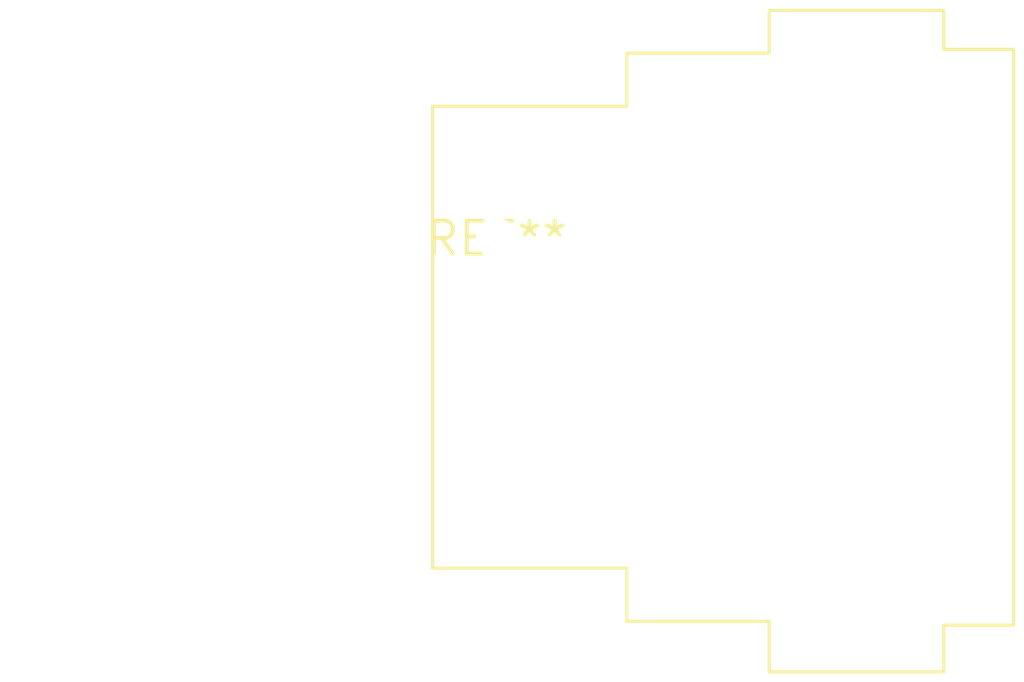
<source format=kicad_pcb>
(kicad_pcb (version 20240108) (generator pcbnew)
  (layers (0 "F.Cu" signal) (31 "B.Cu" signal) (34 "B.Paste" user) (35 "F.Paste" user) (36 "B.SilkS" user "B.Silkscreen") (37 "F.SilkS" user "F.Silkscreen") (38 "B.Mask" user) (39 "F.Mask" user) (44 "Edge.Cuts" user))
  (net 0 "")
  (footprint "Jack_XLR_Neutrik_NC5FAH-0_Horizontal" (layer "F.Cu") (at 0 0)
    (property "Reference" "REF**")
    (property "Value" "Jack_XLR_Neutrik_NC5FAH-0_Horizontal")
    (fp_line (start -2.47 -5.11) (end -2.47 12.73) (layer "F.SilkS") (stroke (width 0.12)))
    (fp_line (start 5.03 -5.11) (end -2.47 -5.11) (layer "F.SilkS") (stroke (width 0.12)))
    (fp_line (start 5.03 -5.11) (end 5.03 -7.16) (layer "F.SilkS") (stroke (width 0.12)))
    (fp_line (start 5.03 12.73) (end -2.47 12.73) (layer "F.SilkS") (stroke (width 0.12)))
    (fp_line (start 5.03 12.73) (end 5.03 14.78) (layer "F.SilkS") (stroke (width 0.12)))
    (fp_line (start 10.53 -7.16) (end 5.03 -7.16) (layer "F.SilkS") (stroke (width 0.12)))
    (fp_line (start 10.53 -7.16) (end 10.53 -8.81) (layer "F.SilkS") (stroke (width 0.12)))
    (fp_line (start 10.53 14.78) (end 5.03 14.78) (layer "F.SilkS") (stroke (width 0.12)))
    (fp_line (start 10.53 16.73) (end 10.53 14.78) (layer "F.SilkS") (stroke (width 0.12)))
    (fp_line (start 17.27 -8.81) (end 10.53 -8.81) (layer "F.SilkS") (stroke (width 0.12)))
    (fp_line (start 17.27 -8.81) (end 17.27 -7.31) (layer "F.SilkS") (stroke (width 0.12)))
    (fp_line (start 17.27 -7.31) (end 19.97 -7.31) (layer "F.SilkS") (stroke (width 0.12)))
    (fp_line (start 17.27 14.93) (end 17.27 16.73) (layer "F.SilkS") (stroke (width 0.12)))
    (fp_line (start 17.27 14.93) (end 19.97 14.93) (layer "F.SilkS") (stroke (width 0.12)))
    (fp_line (start 17.27 16.73) (end 10.53 16.73) (layer "F.SilkS") (stroke (width 0.12)))
    (fp_line (start 19.97 -7.31) (end 19.97 14.93) (layer "F.SilkS") (stroke (width 0.12)))
    (pad "" np_thru_hole circle (at 8.26 7.62) (size 1.6 1.6) (drill 1.6) (layers *.Cu *.Mask))
    (pad "" np_thru_hole circle (at 13.34 0) (size 1.6 1.6) (drill 1.6) (layers *.Cu *.Mask))
    (pad "1" thru_hole circle (at 0 0) (size 3.4 3.4) (drill 1.6) (layers *.Cu *.Mask) (remove_unused_layers))
    (pad "2" thru_hole circle (at 3.815 3.81) (size 2.9 2.9) (drill 1.2) (layers *.Cu *.Mask) (remove_unused_layers))
    (pad "3" thru_hole circle (at 0 3.81) (size 2.9 2.9) (drill 1.2) (layers *.Cu *.Mask) (remove_unused_layers))
    (pad "4" thru_hole circle (at 3.815 10.79) (size 2.9 2.9) (drill 1.2) (layers *.Cu *.Mask) (remove_unused_layers))
    (pad "5" thru_hole circle (at 0 7.62) (size 3.4 3.4) (drill 1.6) (layers *.Cu *.Mask) (remove_unused_layers))
    (pad "G" thru_hole circle (at 10.17 -4.44) (size 2.9 2.9) (drill 1.2) (layers *.Cu *.Mask) (remove_unused_layers))
  )
)
</source>
